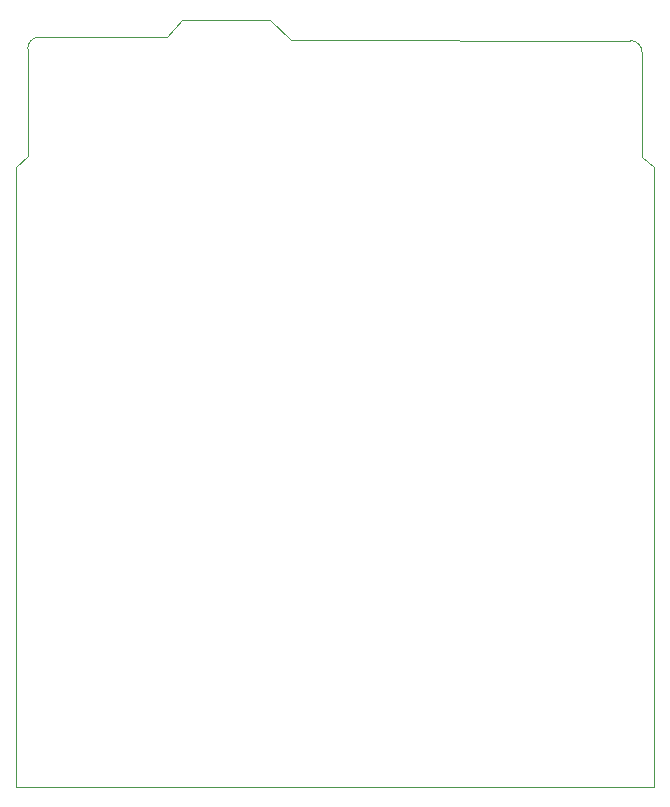
<source format=gm1>
%TF.GenerationSoftware,KiCad,Pcbnew,8.0.5*%
%TF.CreationDate,2024-11-09T23:36:57+01:00*%
%TF.ProjectId,STM32 Development Board,53544d33-3220-4446-9576-656c6f706d65,rev?*%
%TF.SameCoordinates,Original*%
%TF.FileFunction,Profile,NP*%
%FSLAX46Y46*%
G04 Gerber Fmt 4.6, Leading zero omitted, Abs format (unit mm)*
G04 Created by KiCad (PCBNEW 8.0.5) date 2024-11-09 23:36:57*
%MOMM*%
%LPD*%
G01*
G04 APERTURE LIST*
%TA.AperFunction,Profile*%
%ADD10C,0.050000*%
%TD*%
G04 APERTURE END LIST*
D10*
X28957107Y-66957107D02*
G75*
G02*
X29957107Y-65957107I999999J1D01*
G01*
X79992893Y-66257107D02*
G75*
G02*
X80992893Y-67257107I0J-1000000D01*
G01*
X28000000Y-129500000D02*
X28000000Y-128500000D01*
X29000000Y-129500000D02*
X28000000Y-129500000D01*
X81250000Y-129500000D02*
X82000000Y-129500000D01*
X82000000Y-77000000D02*
X81000000Y-76100000D01*
X80992893Y-67257107D02*
X81000000Y-76100000D01*
X29000000Y-76000000D02*
X28000000Y-77000000D01*
X28957107Y-66957107D02*
X29000000Y-76000000D01*
X40750000Y-66000000D02*
X29957107Y-65957107D01*
X28000000Y-128500000D02*
X28000000Y-77000000D01*
X80250000Y-129500000D02*
X81250000Y-129500000D01*
X29750000Y-129500000D02*
X29000000Y-129500000D01*
X29750000Y-129500000D02*
X30500000Y-129500000D01*
X51250000Y-66250000D02*
X49500000Y-64500000D01*
X82000000Y-77000000D02*
X82000000Y-129500000D01*
X79992893Y-66257107D02*
X51250000Y-66250000D01*
X49500000Y-64500000D02*
X42000000Y-64500000D01*
X80250000Y-129500000D02*
X30500000Y-129500000D01*
X42000000Y-64500000D02*
X40750000Y-66000000D01*
M02*

</source>
